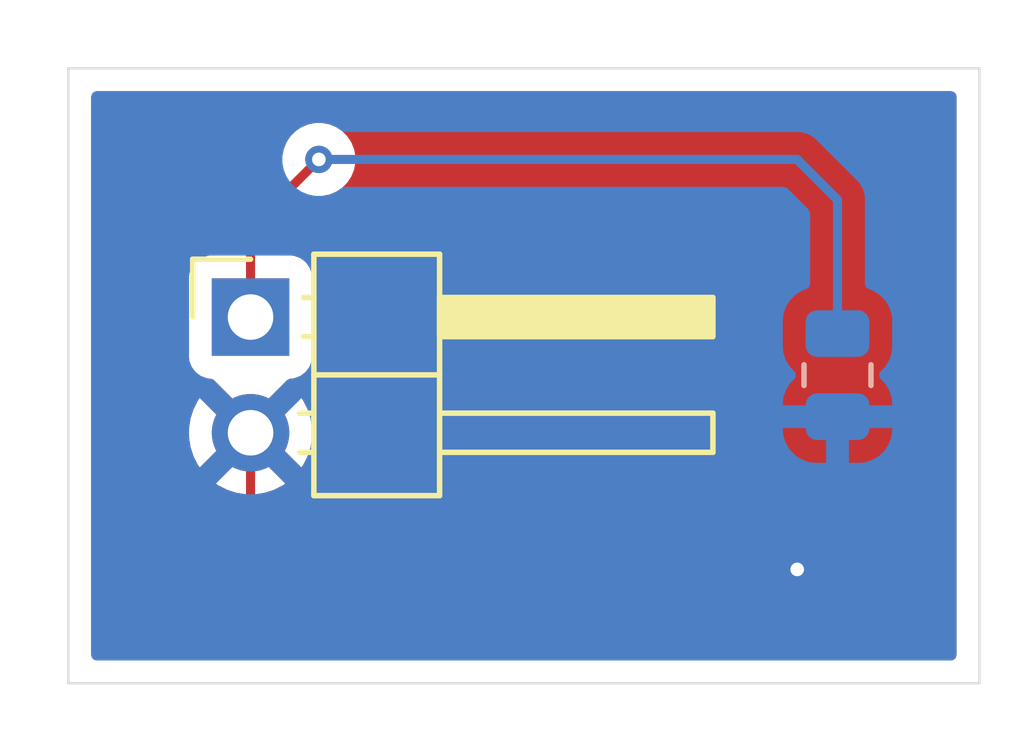
<source format=kicad_pcb>
(kicad_pcb (version 20241229) (generator "pcbnew") (generator_version "9.0")
  (layers (0 "F.Cu" signal) (2 "B.Cu" signal) (13 "F.Paste" user) (15 "B.Paste" user) (5 "F.SilkS" user "F.Silkscreen") (7 "B.SilkS" user "B.Silkscreen") (1 "F.Mask" user) (3 "B.Mask" user) (25 "Edge.Cuts" user))
  (net 0 "")
  (net 1 "Net-(R1-Pad1)")
  (net 2 "GND")
  (footprint "Connector_PinHeader_2.54mm:PinHeader_1x02_P2.54mm_Horizontal" (layer "F.Cu") (at 179 109.96)
    (property "Reference" "V1" (hide yes))
    (property "Value" "5V" (hide yes))
    (fp_line (start -1.27 -1.27) (end 0 -1.27) (stroke (width 0.12)) (layer "F.SilkS"))
    (fp_line (start -1.27 0) (end -1.27 -1.27) (stroke (width 0.12)) (layer "F.SilkS"))
    (fp_line (start 1.077358 2.11) (end 1.39 2.11) (stroke (width 0.12)) (layer "F.SilkS"))
    (fp_line (start 1.077358 2.97) (end 1.39 2.97) (stroke (width 0.12)) (layer "F.SilkS"))
    (fp_line (start 1.16 -0.43) (end 1.39 -0.43) (stroke (width 0.12)) (layer "F.SilkS"))
    (fp_line (start 1.16 0.43) (end 1.39 0.43) (stroke (width 0.12)) (layer "F.SilkS"))
    (fp_line (start 1.39 -1.38) (end 1.39 3.92) (stroke (width 0.12)) (layer "F.SilkS"))
    (fp_line (start 1.39 1.27) (end 4.15 1.27) (stroke (width 0.12)) (layer "F.SilkS"))
    (fp_line (start 1.39 3.92) (end 4.15 3.92) (stroke (width 0.12)) (layer "F.SilkS"))
    (fp_line (start 4.15 -1.38) (end 1.39 -1.38) (stroke (width 0.12)) (layer "F.SilkS"))
    (fp_line (start 4.15 2.11) (end 10.15 2.11) (stroke (width 0.12)) (layer "F.SilkS"))
    (fp_line (start 4.15 3.92) (end 4.15 -1.38) (stroke (width 0.12)) (layer "F.SilkS"))
    (fp_line (start 10.15 2.11) (end 10.15 2.97) (stroke (width 0.12)) (layer "F.SilkS"))
    (fp_line (start 10.15 2.97) (end 4.15 2.97) (stroke (width 0.12)) (layer "F.SilkS"))
    (fp_rect (start 4.15 -0.43) (end 10.15 0.43) (stroke (width 0.12)) (fill yes) (layer "F.SilkS"))
    (pad "1" thru_hole rect (at 0 0) (size 1.7 1.7) (drill 1) (layers "*.Cu" "*.Mask") (net 1 "Net-(R1-Pad1)"))
    (pad "2" thru_hole circle (at 0 2.54) (size 1.7 1.7) (drill 1) (layers "*.Cu" "*.Mask") (net 2 "GND"))
  )
  (footprint "Resistor_SMD:R_0805_2012Metric" (layer "B.Cu") (at 191.885 111.235 -90)
    (property "Reference" "R1" (hide yes))
    (property "Value" "1k" (hide yes))
    (fp_line (start -0.227064 0.735) (end 0.227064 0.735) (stroke (width 0.12)) (layer "B.SilkS"))
    (fp_line (start -0.227064 -0.735) (end 0.227064 -0.735) (stroke (width 0.12)) (layer "B.SilkS"))
    (pad "1" smd roundrect (at -0.9125 0 270) (size 1.025 1.4) (layers "B.Cu" "B.Mask" "B.Paste") (roundrect_rratio 0.243902) (net 1 "Net-(R1-Pad1)"))
    (pad "2" smd roundrect (at 0.9125 0 270) (size 1.025 1.4) (layers "B.Cu" "B.Mask" "B.Paste") (roundrect_rratio 0.243902) (net 2 "GND"))
  )
  (gr_rect (start 175 104.5) (end 195 118) (stroke (width 0.05)) (fill no) (layer "Edge.Cuts"))
  (segment (start 179 109.96) (end 179 108) (width 0.2) (layer "F.Cu") (net 1))
  (segment (start 179 108) (end 180.5 106.5) (width 0.2) (layer "F.Cu") (net 1))
  (via (at 180.5 106.5) (size 0.6) (drill 0.3) (layers "F.Cu" "B.Cu") (net 1))
  (segment (start 191 106.5) (end 191.885 107.385) (width 0.2) (layer "B.Cu") (net 1))
  (segment (start 191.885 107.385) (end 191.885 110.3225) (width 0.2) (layer "B.Cu") (net 1))
  (segment (start 180.5 106.5) (end 191 106.5) (width 0.2) (layer "B.Cu") (net 1))
  (segment (start 179.5 115.5) (end 179 115) (width 0.2) (layer "F.Cu") (net 2))
  (segment (start 179 115) (end 179 112.5) (width 0.2) (layer "F.Cu") (net 2))
  (segment (start 191 115.5) (end 179.5 115.5) (width 0.2) (layer "F.Cu") (net 2))
  (via (at 191 115.5) (size 0.6) (drill 0.3) (layers "F.Cu" "B.Cu") (net 2))
  (segment (start 191.885 112.1475) (end 191.885 114.615) (width 0.2) (layer "B.Cu") (net 2))
  (segment (start 191.885 114.615) (end 191 115.5) (width 0.2) (layer "B.Cu") (net 2))
  (segment (start 191 115.5) (end 191.25 115.25) (width 0.2) (layer "B.Cu") (net 2))
  (zone (net 2) (net_name "GND") (layers "F.Cu" "B.Cu") (connect_pads (clearance 0.5)) (min_thickness 0.25) (fill yes (thermal_gap 0.5) (thermal_bridge_width 0.5))
    (polygon (pts (xy 173.5 103) (xy 173.5 119.5) (xy 196 119.5) (xy 196 103)))
  )
)
</source>
